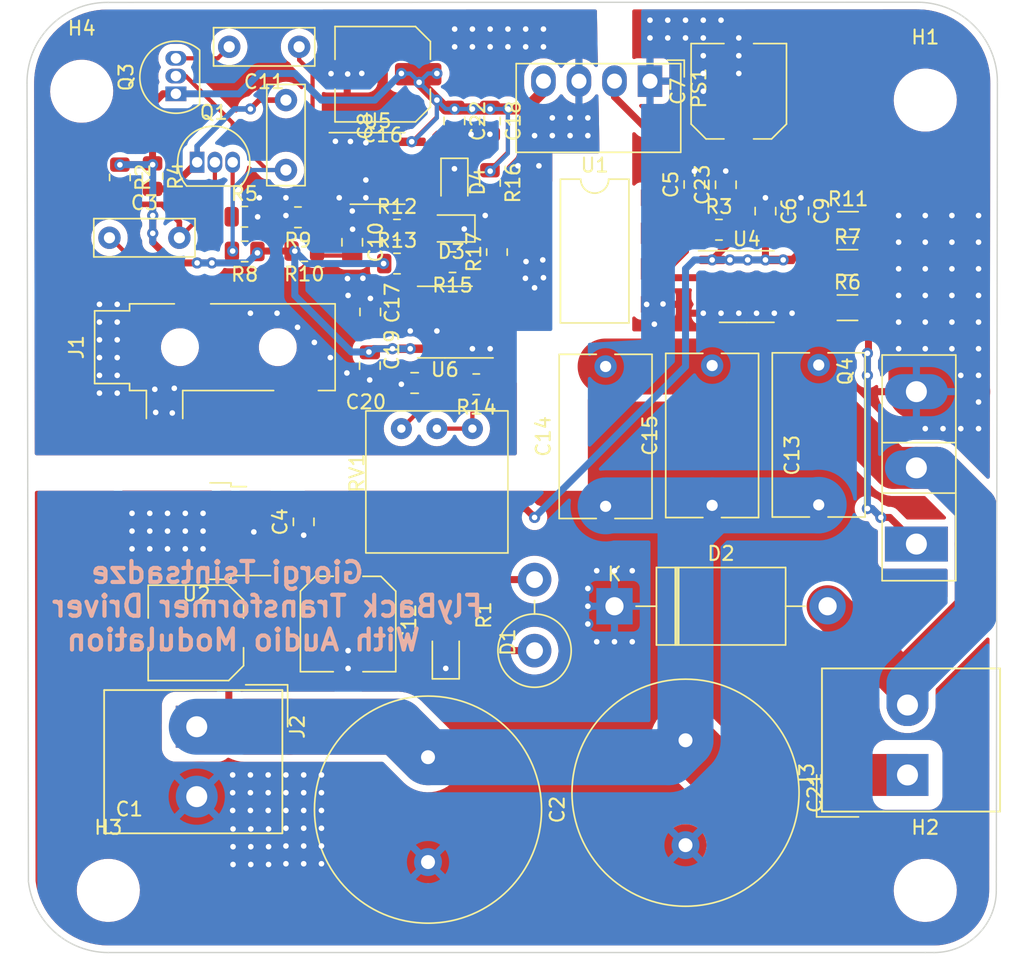
<source format=kicad_pcb>
(kicad_pcb (version 20211014) (generator pcbnew)
  (layers (0 "F.Cu" power) (31 "B.Cu" power) (34 "B.Paste" user) (35 "F.Paste" user) (36 "B.SilkS" user "B.Silkscreen") (37 "F.SilkS" user "F.Silkscreen") (38 "B.Mask" user) (39 "F.Mask" user) (44 "Edge.Cuts" user))
  (net 0 "")
  (net 1 "+24V")
  (net 2 "GND")
  (net 3 "Net-(C3-Pad1)")
  (net 4 "Net-(C3-Pad2)")
  (net 5 "+12C")
  (net 6 "Net-(C8-Pad1)")
  (net 7 "Net-(C8-Pad2)")
  (net 8 "GND2")
  (net 9 "Net-(C10-Pad2)")
  (net 10 "Net-(C11-Pad1)")
  (net 11 "Net-(C11-Pad2)")
  (net 12 "Net-(C13-Pad2)")
  (net 13 "+5V")
  (net 14 "Net-(C17-Pad2)")
  (net 15 "Net-(C20-Pad1)")
  (net 16 "Net-(D3-Pad2)")
  (net 17 "Net-(D4-Pad2)")
  (net 18 "Net-(Q1-Pad3)")
  (net 19 "Net-(Q4-Pad1)")
  (net 20 "Net-(R11-Pad1)")
  (net 21 "Net-(R12-Pad1)")
  (net 22 "Net-(R12-Pad2)")
  (net 23 "Modulated_Square")
  (net 24 "Net-(R14-Pad2)")
  (net 29 "Net-(U5-Pad5)")
  (net 30 "Net-(D1-Pad2)")
  (net 31 "Net-(R3-Pad1)")
  (net 32 "Net-(R14-Pad1)")
  (footprint "Capacitor_THT:C_Rect_L11.5mm_W6.4mm_P10.00mm_MKT" (layer "F.Cu") (at 106.68 103.98 90)
    (fp_text reference "C14")
    (fp_text value "C")
  )
  (footprint "Capacitor_SMD:C_0805_2012Metric" (layer "F.Cu") (at 85.09 105.09 90)
    (fp_text reference "C4")
    (fp_text value "100nF")
  )
  (footprint "Capacitor_SMD:C_0805_2012Metric" (layer "F.Cu") (at 89.821837 93.918162 -90)
    (fp_text reference "C19")
    (fp_text value "1uF")
  )
  (footprint "Resistor_SMD:R_0805_2012Metric" (layer "F.Cu") (at 91.7623 84.195785)
    (fp_text reference "R12")
    (fp_text value "0")
  )
  (footprint "Package_TO_SOT_THT:TO-92L_Inline" (layer "F.Cu") (at 75.951408 74.480961 90)
    (fp_text reference "Q3")
    (fp_text value "NPN")
  )
  (footprint "Connector_Audio:Jack_3.5mm_CUI_SJ-3523-SMT_Horizontal" (layer "F.Cu") (at 78.74 92.6 90)
    (fp_text reference "J1")
    (fp_text value "AudioJack3")
  )
  (footprint "TDKS-backups:LABIS_10K_TRIM" (layer "F.Cu") (at 92.075 95.885 180)
    (fp_text reference "RV1")
    (fp_text value "10K")
  )
  (footprint "Package_TO_SOT_THT:TO-92L_Inline" (layer "F.Cu") (at 77.47 79.375)
    (fp_text reference "Q1")
    (fp_text value "NPN")
  )
  (footprint "Capacitor_SMD:C_Elec_6.3x5.4" (layer "F.Cu") (at 90.739869 73.078939 180)
    (fp_text reference "C16")
    (fp_text value "10uF")
  )
  (footprint "Resistor_SMD:R_0805_2012Metric" (layer "F.Cu") (at 97.4325 95.25 180)
    (fp_text reference "R14")
    (fp_text value "4.7k")
  )
  (footprint "Capacitor_SMD:C_Elec_6.3x5.4" (layer "F.Cu") (at 116.205 74.2975 90)
    (fp_text reference "C7")
    (fp_text value "0.1uF")
  )
  (footprint "Diode_THT:D_DO-201AE_P15.24mm_Horizontal" (layer "F.Cu") (at 107.315 111.125)
    (fp_text reference "D2")
    (fp_text value "DIODE")
  )
  (footprint "Capacitor_THT:C_Radial_D16.0mm_H25.0mm_P7.50mm" (layer "F.Cu") (at 112.395 120.71 -90)
    (fp_text reference "C21")
    (fp_text value "470uF")
  )
  (footprint "Converter_DCDC:Converter_DCDC_Murata_MEE1SxxxxSC_THT" (layer "F.Cu") (at 109.855 73.5725 -90)
    (fp_text reference "PS1")
    (fp_text value "MEE1S1205SC")
  )
  (footprint "Package_SO:SOIC-8_3.9x4.9mm_P1.27mm" (layer "F.Cu") (at 116.775 88.265)
    (fp_text reference "U4")
    (fp_text value "MIC4421")
  )
  (footprint "TerminalBlock_Altech:Altech_AK300_1x02_P5.00mm_45-Degree" (layer "F.Cu") (at 77.442064 119.742321 -90)
    (fp_text reference "J2")
    (fp_text value "PWR")
  )
  (footprint "Resistor_SMD:R_1206_3216Metric" (layer "F.Cu") (at 123.978221 89.775254)
    (fp_text reference "R6")
    (fp_text value "10")
  )
  (footprint "Capacitor_SMD:C_0805_2012Metric" (layer "F.Cu") (at 115.277926 80.984181 90)
    (fp_text reference "C23")
    (fp_text value "100nF")
  )
  (footprint "Resistor_SMD:R_0805_2012Metric" (layer "F.Cu") (at 71.944823 80.457108 -90)
    (fp_text reference "R2")
    (fp_text value "330k")
  )
  (footprint "Capacitor_SMD:C_0805_2012Metric" (layer "F.Cu") (at 120.461565 82.860578 -90)
    (fp_text reference "C9")
    (fp_text value "100nF")
  )
  (footprint "Resistor_SMD:R_0805_2012Metric" (layer "F.Cu") (at 74.281833 80.3675 -90)
    (fp_text reference "R4")
    (fp_text value "4.7k")
  )
  (footprint "Resistor_SMD:R_0805_2012Metric" (layer "F.Cu") (at 95.733957 86.520703 180)
    (fp_text reference "R15")
    (fp_text value "1k")
  )
  (footprint "Capacitor_THT:C_Rect_L7.0mm_W2.5mm_P5.00mm" (layer "F.Cu") (at 71.2 84.77588)
    (fp_text reference "C3")
    (fp_text value "C")
  )
  (footprint "Package_SO:SOIC-8_3.9x4.9mm_P1.27mm" (layer "F.Cu") (at 90.369919 79.817278)
    (fp_text reference "U5")
    (fp_text value "LM311")
  )
  (footprint "MountingHole:MountingHole_3.5mm" (layer "F.Cu") (at 69.215 74.295)
    (fp_text reference "H4")
    (fp_text value "MH")
  )
  (footprint "TerminalBlock_Altech:Altech_AK300_1x02_P5.00mm_45-Degree" (layer "F.Cu") (at 128.27 123.19 90)
    (fp_text reference "J3")
    (fp_text value "TDKS Winding")
  )
  (footprint "MountingHole:MountingHole_3.5mm" (layer "F.Cu") (at 129.54 74.93)
    (fp_text reference "H1")
    (fp_text value "MH")
  )
  (footprint "Resistor_SMD:R_0805_2012Metric" (layer "F.Cu") (at 98.910463 85.796805 90)
    (fp_text reference "R17")
    (fp_text value "330")
  )
  (footprint "LED_SMD:LED_0805_2012Metric" (layer "F.Cu") (at 95.869548 80.77692 -90)
    (fp_text reference "D4")
    (fp_text value "LED")
  )
  (footprint "Capacitor_SMD:C_0805_2012Metric" (layer "F.Cu") (at 88.560323 85.098087 -90)
    (fp_text reference "C10")
    (fp_text value "100nF")
  )
  (footprint "Capacitor_THT:C_Rect_L11.5mm_W6.4mm_P10.00mm_MKT" (layer "F.Cu") (at 114.3 103.91254 90)
    (fp_text reference "C15")
    (fp_text value "C")
  )
  (footprint "Resistor_SMD:R_0805_2012Metric" (layer "F.Cu") (at 84.679714 83.309295 180)
    (fp_text reference "R9")
    (fp_text value "100")
  )
  (footprint "Capacitor_SMD:C_0805_2012Metric" (layer "F.Cu") (at 98.405756 76.422759 -90)
    (fp_text reference "C18")
    (fp_text value "100nF")
  )
  (footprint "Resistor_SMD:R_0805_2012Metric" (layer "F.Cu") (at 98.409548 80.8572 -90)
    (fp_text reference "R16")
    (fp_text value "1k")
  )
  (footprint "Capacitor_SMD:C_0805_2012Metric" (layer "F.Cu") (at 95.865756 76.417759 -90)
    (fp_text reference "C22")
    (fp_text value "100nF")
  )
  (footprint "MountingHole:MountingHole_3.5mm" (layer "F.Cu") (at 129.54 131.445)
    (fp_text reference "H2")
    (fp_text value "MH")
  )
  (footprint "Package_DIP:PowerIntegrations_SMD-8" (layer "F.Cu") (at 105.9 85.725)
    (fp_text reference "U1")
    (fp_text value "6N135")
  )
  (footprint "Resistor_SMD:R_1206_3216Metric" (layer "F.Cu") (at 124.0175 83.82)
    (fp_text reference "R11")
    (fp_text value "10")
  )
  (footprint "Capacitor_THT:C_Rect_L7.0mm_W2.5mm_P5.00mm" (layer "F.Cu") (at 84.763381 71.12 180)
    (fp_text reference "C11")
    (fp_text value "C")
  )
  (footprint "Resistor_SMD:R_0805_2012Metric" (layer "F.Cu") (at 114.786624 84.201579)
    (fp_text reference "R3")
    (fp_text value "4.7k")
  )
  (footprint "Package_SO:SOIC-8_3.9x4.9mm_P1.27mm" (layer "F.Cu") (at 95.185 90.805 180)
    (fp_text reference "U6")
    (fp_text value "NE555D")
  )
  (footprint "Capacitor_SMD:C_0805_2012Metric" (layer "F.Cu") (at 89.85 90.08 -90)
    (fp_text reference "C17")
    (fp_text value "100nF")
  )
  (footprint "Capacitor_SMD:C_0805_2012Metric" (layer "F.Cu") (at 113.03 80.965 90)
    (fp_text reference "C5")
    (fp_text value "100nF")
  )
  (footprint "Resistor_SMD:R_0805_2012Metric" (layer "F.Cu") (at 80.850245 83.271726)
    (fp_text reference "R5")
    (fp_text value "1k")
  )
  (footprint "Capacitor_SMD:C_0805_2012Metric" (layer "F.Cu") (at 93.025 95.16 180)
    (fp_text reference "C20")
    (fp_text value "4.7nF")
  )
  (footprint "Capacitor_SMD:C_0805_2012Metric" (layer "F.Cu") (at 118.11 82.87 -90)
    (fp_text reference "C6")
    (fp_text value "100nF")
  )
  (footprint "Resistor_SMD:R_0805_2012Metric" (layer "F.Cu") (at 91.7623 86.619152)
    (fp_text reference "R13")
    (fp_text value "0")
  )
  (footprint "Capacitor_THT:C_Rect_L7.0mm_W2.5mm_P5.00mm" (layer "F.Cu") (at 83.82 74.93 -90)
    (fp_text reference "C8")
    (fp_text value "C")
  )
  (footprint "Capacitor_THT:C_Radial_D16.0mm_H25.0mm_P7.50mm" (layer "F.Cu") (at 93.98 121.92 -90)
    (fp_text reference "C2")
    (fp_text value "470uF")
  )
  (footprint "Resistor_SMD:R_0805_2012Metric" (layer "F.Cu") (at 80.870139 85.750368 180)
    (fp_text reference "R8")
    (fp_text value "1M")
  )
  (footprint "LED_SMD:LED_0805_2012Metric" (layer "F.Cu") (at 95.25 114.6325 90)
    (fp_text reference "D1")
    (fp_text value "PWR12")
  )
  (footprint "Capacitor_SMD:C_Elec_6.3x5.4" (layer "F.Cu") (at 77.380375 113.03 180)
    (fp_text reference "C1")
    (fp_text value "0.22uF")
  )
  (footprint "Package_TO_SOT_THT:TO-247-3_Vertical" (layer "F.Cu") (at 128.905 106.68 90)
    (fp_text reference "Q4")
    (fp_text value "IRFP250")
  )
  (footprint "MountingHole:MountingHole_3.5mm" (layer "F.Cu") (at 71.12 131.445)
    (fp_text reference "H3")
    (fp_text value "MH")
  )
  (footprint "Capacitor_THT:C_Rect_L11.5mm_W6.4mm_P10.00mm_MKT" (layer "F.Cu") (at 121.92 103.874971 90)
    (fp_text reference "C13")
    (fp_text value "C")
  )
  (footprint "Resistor_SMD:R_0805_2012Metric" (layer "F.Cu") (at 85.134312 85.725 180)
    (fp_text reference "R10")
    (fp_text value "4700")
  )
  (footprint "Package_TO_SOT_SMD:TO-252-3_TabPin2" (layer "F.Cu") (at 77.421715 105.752313 180)
    (fp_text reference "U2")
    (fp_text value "L7812")
  )
  (footprint "Resistor_SMD:R_1206_3216Metric" (layer "F.Cu") (at 123.978221 86.535386)
    (fp_text reference "R7")
    (fp_text value "10")
  )
  (footprint "LED_SMD:LED_0805_2012Metric" (layer "F.Cu") (at 95.651822 84.110154 180)
    (fp_text reference "D3")
    (fp_text value "RED")
  )
  (footprint "Capacitor_SMD:C_Elec_6.3x5.4" (layer "F.Cu") (at 88.265 112.3975 -90)
    (fp_text reference "C12")
    (fp_text value "2.2uF")
  )
  (footprint "Resistor_THT:R_Axial_DIN0516_L15.5mm_D5.0mm_P5.08mm_Vertical" (layer "F.Cu") (at 101.6 114.3 90)
    (fp_text reference "R1")
    (fp_text value "3.3k")
  )
  (gr_line (start 134.619999 130.81) (end 134.619999 130.81) (layer "Edge.Cuts") (width 0.1))
  (gr_line (start 130.175 135.89) (end 71.12 135.89) (layer "Edge.Cuts") (width 0.1))
  (gr_line (start 134.698247 73.66) (end 134.619999 131.445) (layer "Edge.Cuts") (width 0.1))
  (gr_arc (start 134.619999 131.445) (mid 133.318089 134.58809) (end 130.175 135.89) (layer "Edge.Cuts") (width 0.1))
  (gr_arc (start 71.12 135.89) (mid 67.296794 134.43642) (end 65.405 130.81) (layer "Edge.Cuts") (width 0.1))
  (gr_line (start 65.405 130.81) (end 65.30513 73.710249) (layer "Edge.Cuts") (width 0.1))
  (gr_line (start 129.54 135.89) (end 129.54 135.89) (layer "Edge.Cuts") (width 0.1))
  (gr_line (start 71.12 67.945) (end 128.983247 67.931386) (layer "Edge.Cuts") (width 0.1))
  (gr_arc (start 128.983247 67.931386) (mid 133.029178 69.610086) (end 134.698247 73.66) (layer "Edge.Cuts") (width 0.1))
  (gr_arc (start 65.30513 73.710249) (mid 67.000419 69.605042) (end 71.12 67.945) (layer "Edge.Cuts") (width 0.1))
  (gr_text "    Giorgi Tsintsadze\nFlyBack Transformer Driver \n  With Audio Modulation" (at 81.915 111.125) (layer "B.SilkS") (effects (font (size 1.5 1.5) (thickness 0.3)) (justify mirror)))
  (segment (start 79.737321 113.210554) (end 79.917875 113.03) (width 0.5) (layer "F.Cu") (net 1))
  (segment (start 79.917875 113.03) (end 81.621715 111.32616) (width 0.5) (layer "F.Cu") (net 1))
  (segment (start 80.518639 119.742321) (end 80.718159 119.542801) (width 0.8) (layer "F.Cu") (net 1))
  (segment (start 91.802321 119.742321) (end 93.98 121.92) (width 4) (layer "F.Cu") (net 1))
  (segment (start 81.621715 111.32616) (end 81.621715 108.032313) (width 0.5) (layer "F.Cu") (net 1))
  (segment (start 80.645 120.015) (end 79.737321 119.107321) (width 0.5) (layer "F.Cu") (net 1))
  (segment (start 77.442064 119.742321) (end 84.092679 119.742321) (width 3) (layer "F.Cu") (net 1))
  (segment (start 79.737321 119.107321) (end 79.737321 113.210554) (width 0.5) (layer "F.Cu") (net 1))
  (segment (start 80.917679 119.742321) (end 84.092679 119.742321) (width 4) (layer "F.Cu") (net 1))
  (segment (start 112.395 120.71) (end 114.875 123.19) (width 4) (layer "F.Cu") (net 1))
  (segment (start 128.27 123.19) (end 114.875 123.19) (width 3) (layer "F.Cu") (net 1))
  (segment (start 84.092679 119.742321) (end 91.802321 119.742321) (width 4) (layer "F.Cu") (net 1))
  (segment (start 93.98 121.92) (end 111.185 121.92) (width 4) (layer "B.Cu") (net 1))
  (segment (start 112.395 105.81754) (end 114.3 103.91254) (width 4) (layer "B.Cu") (net 1))
  (segment (start 121.882431 103.91254) (end 121.92 103.874971) (width 4) (layer "B.Cu") (net 1))
  (segment (start 112.395 120.71) (end 112.395 105.81754) (width 4) (layer "B.Cu") (net 1))
  (segment (start 114.3 103.91254) (end 121.882431 103.91254) (width 4) (layer "B.Cu") (net 1))
  (segment (start 111.185 121.92) (end 112.395 120.71) (width 4) (layer "B.Cu") (net 1))
  (segment (start 106.74746 103.91254) (end 106.68 103.98) (width 4) (layer "B.Cu") (net 1))
  (segment (start 77.442064 119.742321) (end 91.802321 119.742321) (width 4) (layer "B.Cu") (net 1))
  (segment (start 91.802321 119.742321) (end 93.98 121.92) (width 4) (layer "B.Cu") (net 1))
  (segment (start 114.3 103.91254) (end 106.74746 103.91254) (width 4) (layer "B.Cu") (net 1))
  (segment (start 128.905 92.075) (end 129.54 91.44) (width 4) (layer "F.Cu") (net 2))
  (segment (start 96.52 129.42) (end 85.605 129.42) (width 3) (layer "F.Cu") (net 2))
  (segment (start 107.315 109.855) (end 107.315 113.03) (width 3) (layer "F.Cu") (net 2))
  (segment (start 106.045 111.125) (end 105.41 111.76) (width 3) (layer "F.Cu") (net 2))
  (segment (start 106.045 108.585) (end 107.315 109.855) (width 3) (layer "F.Cu") (net 2))
  (segment (start 108.585 111.76) (end 107.315 113.03) (width 3) (layer "F.Cu") (net 2))
  (segment (start 81.307575 128.322328) (end 85.672672 128.322328) (width 5) (layer "F.Cu") (net 2))
  (segment (start 128.905 95.78) (end 132.185 95.78) (width 4) (layer "F.Cu") (net 2))
  (segment (start 111.185 129.42) (end 112.395 128.21) (width 3) (layer "F.Cu") (net 2))
  (segment (start 105.41 111.76) (end 105.41 111.125) (width 3) (layer "F.Cu") (net 2))
  (segment (start 107.315 111.125) (end 106.045 111.125) (width 3) (layer "F.Cu") (net 2))
  (segment (start 77.727568 124.742321) (end 81.307575 128.322328) (width 5) (layer "F.Cu") (net 2))
  (segment (start 77.442064 124.742321) (end 77.727568 124.742321) (width 5) (layer "F.Cu") (net 2))
  (segment (start 128.905 95.78) (end 128.905 92.075) (width 4) (layer "F.Cu") (net 2))
  (segment (start 93.98 129.42) (end 111.185 129.42) (width 3) (layer "F.Cu") (net 2))
  (segment (start 108.585 108.585) (end 108.585 111.76) (width 3) (layer "F.Cu") (net 2))
  (via (at 116.205 70.485) (size 0.8) (drill 0.4) (layers "F.Cu" "B.Cu") (net 2))
  (via (at 108.585 113.665) (size 0.8) (drill 0.4) (layers "F.Cu" "B.Cu") (net 2))
  (via (at 105.41 109.855) (size 0.8) (drill 0.4) (layers "F.Cu" "B.Cu") (net 2))
  (via (at 82.55 125.73) (size 0.8) (drill 0.4) (layers "F.Cu" "B.Cu") (net 2))
  (via (at 116.205 73.025) (size 0.8) (drill 0.4) (layers "F.Cu" "B.Cu") (net 2))
  (via (at 82.55 123.19) (size 0.8) (drill 0.4) (layers "F.Cu" "B.Cu") (net 2))
  (via (at 117.475 90.17) (size 0.8) (drill 0.4) (layers "F.Cu" "B.Cu") (net 2))
  (via (at 110.166764 90.953602) (size 0.8) (drill 0.4) (layers "F.Cu" "B.Cu") (net 2))
  (via (at 133.35 83.185) (size 0.8) (drill 0.4) (layers "F.Cu" "B.Cu") (net 2))
  (via (at 83.82 125.73) (size 0.8) (drill 0.4) (layers "F.Cu" "B.Cu") (net 2))
  (via (at 131.445 88.9) (size 0.8) (drill 0.4) (layers "F.Cu" "B.Cu") (net 2))
  (via (at 133.35 96.52) (size 0.8) (drill 0.4) (layers "F.Cu" "B.Cu") (net 2))
  (via (at 127.635 92.71) (size 0.8) (drill 0.4) (layers "F.Cu" "B.Cu") (net 2))
  (via (at 129.54 92.71) (size 0.8) (drill 0.4) (layers "F.Cu" "B.Cu") (net 2))
  (via (at 72.813011 104.480147) (size 0.8) (drill 0.4) (layers "F.Cu" "B.Cu") (net 2))
  (via (at 133.35 98.425) (size 0.8) (drill 0.4) (layers "F.Cu" "B.Cu") (net 2))
  (via (at 83.82 124.46) (size 0.8) (drill 0.4) (layers "F.Cu" "B.Cu") (net 2))
  (via (at 106.045 113.665) (size 0.8) (drill 0.4) (layers "F.Cu" "B.Cu") (net 2))
  (via (at 81.28 124.46) (size 0.8) (drill 0.4) (layers "F.Cu" "B.Cu") (net 2))
  (via (at 108.585 108.585) (size 0.8) (drill 0.4) (layers "F.Cu" "B.Cu") (net 2))
  (via (at 133.35 88.9) (size 0.8) (drill 0.4) (layers "F.Cu" "B.Cu") (net 2))
  (via (at 113.665 69.215) (size 0.8) (drill 0.4) (layers "F.Cu" "B.Cu") (net 2))
  (via (at 74.083011 105.750147) (size 0.8) (drill 0.4) (layers "F.Cu" "B.Cu") (net 2))
  (via (at 132.08 94.615) (size 0.8) (drill 0.4) (layers "F.Cu" "B.Cu") (net 2))
  (via (at 131.445 86.995) (size 0.8) (drill 0.4) (layers "F.Cu" "B.Cu") (net 2))
  (via (at 113.665 71.755) (size 0.8) (drill 0.4) (layers "F.Cu" "B.Cu") (net 2))
  (via (at 82.577575 129.592328) (size 0.8) (drill 0.4) (layers "F.Cu" "B.Cu") (net 2))
  (via (at 72.813011 107.020147) (size 0.8) (drill 0.4) (layers "F.Cu" "B.Cu") (net 2))
  (via (at 81.307575 127.052328) (size 0.8) (drill 0.4) (layers "F.Cu" "B.Cu") (net 2))
  (via (at 109.855 70.485) (size 0.8) (drill 0.4) (layers "F.Cu" "B.Cu") (net 2))
  (via (at 133.35 85.09) (size 0.8) (drill 0.4) (layers "F.Cu" "B.Cu") (net 2))
  (via (at 118.745 90.17) (size 0.8) (drill 0.4) (layers "F.Cu" "B.Cu") (net 2))
  (via (at 86.36 129.54) (size 0.8) (drill 0.4) (layers "F.Cu" "B.Cu") (net 2))
  (via (at 80.037575 128.322328) (size 0.8) (drill 0.4) (layers "F.Cu" "B.Cu") (net 2))
  (via (at 113.665 70.485) (size 0.8) (drill 0.4) (layers "F.Cu" "B.Cu") (net 2))
  (via (at 77.893011 105.750147) (size 0.8) (drill 0.4) (layers "F.Cu" "B.Cu") (net 2))
  (via (at 131.445 83.185) (size 0.8) (drill 0.4) (layers "F.Cu" "B.Cu") (net 2))
  (via (at 76.623011 107.020147) (size 0.8) (drill 0.4) (layers "F.Cu" "B.Cu") (net 2))
  (via (at 113.665 90.17) (size 0.8) (drill 0.4) (layers "F.Cu" "B.Cu") (net 2))
  (via (at 77.893011 107.020147) (size 0.8) (drill 0.4) (layers "F.Cu" "B.Cu") (net 2))
  (via (at 127.635 88.9) (size 0.8) (drill 0.4) (layers "F.Cu" "B.Cu") (net 2))
  (via (at 109.615565 89.539353) (size 0.8) (drill 0.4) (layers "F.Cu" "B.Cu") (net 2))
  (via (at 129.54 83.185) (size 0.8) (drill 0.4) (layers "F.Cu" "B.Cu") (net 2))
  (via (at 111.125 70.485) (size 0.8) (drill 0.4) (layers "F.Cu" "B.Cu") (net 2))
  (via (at 105.41 112.395) (size 0.8) (drill 0.4) (layers "F.Cu" "B.Cu") (net 2))
  (via (at 77.893011 104.480147) (size 0.8) (drill 0.4) (layers "F.Cu" "B.Cu") (net 2))
  (via (at 85.09 125.73) (size 0.8) (drill 0.4) (layers "F.Cu" "B.Cu") (net 2))
  (via (at 133.35 90.805) (size 0.8) (drill 0.4) (layers "F.Cu" "B.Cu") (net 2))
  (via (at 83.82 129.54) (size 0.8) (drill 0.4) (layers "F.Cu" "B.Cu") (net 2))
  (via (at 80.01 123.19) (size 0.8) (drill 0.4) (layers "F.Cu" "B.Cu") (net 2))
  (via (at 85.09 128.27) (size 0.8) (drill 0.4) (layers "F.Cu" "B.Cu") (net 2))
  (via (at 86.36 123.19) (size 0.8) (drill 0.4) (layers "F.Cu" "B.Cu") (net 2))
  (via (at 75.353011 104.480147) (size 0.8) (drill 0.4) (layers "F.Cu" "B.Cu") (net 2))
  (via (at 114.935 69.215) (size 0.8) (drill 0.4) (layers "F.Cu" "B.Cu") (net 2))
  (via (at 75.353011 105.750147) (size 0.8) (drill 0.4) (layers "F.Cu" "B.Cu") (net 2))
  (via (at 83.82 127) (size 0.8) (drill 0.4) (layers "F.Cu" "B.Cu") (net 2))
  (via (at 116.205 90.17) (size 0.8) (drill 0.4) (layers "F.Cu" "B.Cu") (net 2))
  (via (at 127.635 85.09) (size 0.8) (drill 0.4) (layers "F.Cu" "B.Cu") (net 2))
  (via (at 115.271118 80.003159) (size 0.8) (drill 0.4) (layers "F.Cu" "B.Cu") (net 2))
  (via (at 114.935 90.17) (size 0.8) (drill 0.4) (layers "F.Cu" "B.Cu") (net 2))
  (via (at 81.28 125.73) (size 0.8) (drill 0.4) (layers "F.Cu" "B.Cu") (net 2))
  (via (at 86.36 127) (size 0.8) (drill 0.4) (layers "F.Cu" "B.Cu") (net 2))
  (via (at 80.037575 129.592328) (size 0.8) (drill 0.4) (layers "F.Cu" "B.Cu") (net 2))
  (via (at 80.037575 127.052328) (size 0.8) (drill 0.4) (layers "F.Cu" "B.Cu") (net 2))
  (via (at 86.36 128.27) (size 0.8) (drill 0.4) (layers "F.Cu" "B.Cu") (net 2))
  (via (at 109.855 69.215) (size 0.8) (drill 0.4) (layers "F.Cu" "B.Cu") (net 2))
  (via (at 129.54 88.9) (size 0.8) (drill 0.4) (layers "F.Cu" "B.Cu") (net 2))
  (via (at 116.205 71.755) (size 0.8) (drill 0.4) (layers "F.Cu" "B.Cu") (net 2))
  (via (at 81.307575 129.592328) (size 0.8) (drill 0.4) (layers "F.Cu" "B.Cu") (net 2))
  (via (at 120.015 90.17) (size 0.8) (drill 0.4) (layers "F.Cu" "B.Cu") (net 2))
  (via (at 129.54 90.805) (size 0.8) (drill 0.4) (layers "F.Cu" "B.Cu") (net 2))
  (via (at 131.445 85.09) (size 0.8) (drill 0.4) (layers "F.Cu" "B.Cu") (net 2))
  (via (at 129.54 86.995) (size 0.8) (drill 0.4) (layers "F.Cu" "B.Cu") (net 2))
  (via (at 106.045 108.585) (size 0.8) (drill 0.4) (layers "F.Cu" "B.Cu") (net 2))
  (via (at 127.635 90.805) (size 0.8) (drill 0.4) (layers "F.Cu" "B.Cu") (net 2))
  (via (at 76.623011 105.750147) (size 0.8) (drill 0.4) (layers "F.Cu" "B.Cu") (net 2))
  (via (at 112.395 70.485) (size 0.8) (drill 0.4) (layers "F.Cu" "B.Cu") (net 2))
  (via (at 81.28 123.19) (size 0.8) (drill 0.4) (layers "F.Cu" "B.Cu") (net 2))
  (via (at 85.09 129.54) (size 0.8) (drill 0.4) (layers "F.Cu" "B.Cu") (net 2))
  (via (at 85.09 106.045) (size 0.8) (drill 0.4) (layers "F.Cu" "B.Cu") (net 2))
  (via (at 130.81 98.425) (size 0.8) (drill 0.4) (layers "F.Cu" "B.Cu") (net 2))
  (via (at 76.623011 104.480147) (size 0.8) (drill 0.4) (layers "F.Cu" "B.Cu") (net 2))
  (via (at 85.09 124.46) (size 0.8) (drill 0.4) (layers "F.Cu" "B.Cu") (net 2))
  (via (at 85.09 123.19) (size 0.8) (drill 0.4) (layers "F.Cu" "B.Cu") (net 2))
  (via (at 72.813011 105.750147) (size 0.8) (drill 0.4) (layers "F.Cu" "B.Cu") (net 2))
  (via (at 88.265 115.57) (size 0.8) (drill 0.4) (layers "F.Cu" "B.Cu") (net 2))
  (via (at 118.11 81.915) (size 0.8) (drill 0.4) (layers "F.Cu" "B.Cu") (net 2))
  (via (at 81.307575 128.322328) (size 0.8) (drill 0.4) (layers "F.Cu" "B.Cu") (net 2))
  (via (at 83.82 123.19) (size 0.8) (drill 0.4) (layers "F.Cu" "B.Cu") (net 2))
  (via (at 129.54 98.425) (size 0.8) (drill 0.4) (layers "F.Cu" "B.Cu") (net 2))
  (via (at 132.08 98.425) (size 0.8) (drill 0.4) (layers "F.Cu" "B.Cu") (net 2))
  (via (at 107.315 113.665) (size 0.8) (drill 0.4) (layers "F.Cu" "B.Cu") (net 2))
  (via (at 133.35 86.995) (size 0.8) (drill 0.4) (layers "F.Cu" "B.Cu") (net 2))
  (via (at 107.315 108.585) (size 0.8) (drill 0.4) (layers "F.Cu" "B.Cu") (net 2))
  (via (at 111.125 69.215) (size 0.8) (drill 0.4) (layers "F.Cu" "B.Cu") (net 2))
  (via (at 88.265 114.3) (size 0.8) (drill 0.4) (layers "F.Cu" "B.Cu") (net 2))
  (via (at 80.01 124.46) (size 0.8) (drill 0.4) (layers "F.Cu" "B.Cu") (net 2))
  (via (at 80.01 125.73) (size 0.8) (drill 0.4) (layers "F.Cu" "B.Cu") (net 2))
  (via (at 113.665 73.025) (size 0.8) (drill 0.4) (layers "F.Cu" "B.Cu") (net 2))
  (via (at 82.577575 128.322328) (size 0.8) (drill 0.4) (layers "F.Cu" "B.Cu") (net 2))
  (via (at 133.35 92.71) (size 0.8) (drill 0.4) (layers "F.Cu" "B.Cu") (net 2))
  (via (at 112.395 69.215) (size 0.8) (drill 0.4) (layers "F.Cu" "B.Cu") (net 2))
  (via (at 105.41 111.125) (size 0.8) (drill 0.4) (layers "F.Cu" "B.Cu") (net 2))
  (via (at 120.65 81.915) (size 0.8) (drill 0.4) (layers "F.Cu" "B.Cu") (net 2))
  (via (at 131.445 92.71) (size 0.8) (drill 0.4) (layers "F.Cu" "B.Cu") (net 2))
  (via (at 86.36 125.73) (size 0.8) (drill 0.4) (layers "F.Cu" "B.Cu") (net 2))
  (via (at 127.635 83.185) (size 0.8) (drill 0.4) (layers "F.Cu" "B.Cu") (net 2))
  (via (at 74.083011 104.480147) (size 0.8) (drill 0.4) (layers "F.Cu" "B.Cu") (net 2))
  (via (at 110.786616 89.508879) (size 0.8) (drill 0.4) (layers "F.Cu" "B.Cu") (net 2))
  (via (at 85.09 127) (size 0.8) (drill 0.4) (layers "F.Cu" "B.Cu") (net 2))
  (via (at 127.635 86.995) (size 0.8) (drill 0.4) (layers "F.Cu" "B.Cu") (net 2))
  (via (at 82.55 124.46) (size 0.8) (drill 0.4) (layers "F.Cu" "B.Cu") (net 2))
  (via (at 131.445 90.805) (size 0.8) (drill 0.4) (layers "F.Cu" "B.Cu") (net 2))
  (via (at 95.25 115.57) (size 0.8) (drill 0.4) (layers "F.Cu" "B.Cu") (net 2))
  (via (at 129.54 85.09) (size 0.8) (drill 0.4) (layers "F.Cu" "B.Cu") (net 2))
  (via (at 113.03 80.01) (size 0.8) (drill 0.4) (layers "F.Cu" "B.Cu") (net 2))
  (via (at 133.35 94.615) (size 0.8) (drill 0.4) (layers "F.Cu" "B.Cu") (net 2))
  (via (at 74.083011 107.020147) (size 0.8) (drill 0.4) (layers "F.Cu" "B.Cu") (net 2))
  (via (at 113.665 74.295) (size 0.8) (drill 0.4) (layers "F.Cu" "B.Cu") (net 2))
  (via (at 81.523837 105.810824) (size 0.8) (drill 0.4) (layers "F.Cu" "B.Cu") (net 2))
  (via (at 86.36 124.46) (size 0.8) (drill 0.4) (layers "F.Cu" "B.Cu") (net 2))
  (via (at 83.82 128.27) (size 0.8) (drill 0.4) (layers "F.Cu" "B.Cu") (net 2))
  (via (at 75.353011 107.020147) (size 0.8) (drill 0.4) (layers "F.Cu" "B.Cu") (net 2))
  (via (at 82.577575 127.052328) (size 0.8) (drill 0.4) (layers "F.Cu" "B.Cu") (net 2))
  (segment (start 71.2 84.77588) (end 71.27588 84.77588) (width 0.3) (layer "F.Cu") (net 3))
  (segment (start 77.14 91.11) (end 77.14 88.9) (width 0.3) (layer "F.Cu") (net 3))
  (segment (start 82.33 96.3) (end 77.14 91.11) (width 0.3) (layer "F.Cu") (net 3))
  (segment (start 71.27588 84.77588) (end 75.4 88.9) (width 0.3) (layer "F.Cu") (net 3))
  (segment (start 75.4 88.9) (end 77.14 88.9) (width 0.3) (layer "F.Cu") (net 3))
  (segment (start 84.54 96.3) (end 82.33 96.3) (width 0.3) (layer "F.Cu") (net 3))
  (segment (start 76.2 83.64451) (end 76.2 84.77588) (width 0.4) (layer "F.Cu") (net 4))
  (segment (start 78.74 82.23588) (end 78.74 79.375) (width 0.3) (layer "F.Cu") (net 4))
  (segment (start 74.940979 82.385489) (end 76.2 83.64451) (width 0.4) (layer "F.Cu") (net 4))
  (segment (start 76.2 84.77588) (end 78.74 82.23588) (width 0.3) (layer "F.Cu") (net 4))
  (segment (start 72.960704 82.385489) (end 74.940979 82.385489) (width 0.4) (layer "F.Cu") (net 4))
  (segment (start 71.944823 81.369608) (end 72.960704 82.385489) (width 0.4) (layer "F.Cu") (net 4))
  (segment (start 115.932107 81.28) (end 116.205 81.28) (width 0.5) (layer "F.Cu") (net 5))
  (segment (start 118.11 86.36) (end 119.25 86.36) (width 0.5) (layer "F.Cu") (net 5))
  (segment (start 88.905 109.22) (end 88.265 109.86) (width 0.5) (layer "F.Cu") (net 5))
  (segment (start 88.265 107.315) (end 88.265 109.86) (width 0.5) (layer "F.Cu") (net 5))
  (segment (start 113.03 81.915) (end 115.258745 81.915) (width 0.5) (layer "F.Cu") (net 5))
  (segment (start 119.38 86.36) (end 120.015 86.36) (width 0.5) (layer "F.Cu") (net 5))
  (segment (start 119.25 86.36) (end 115.57 86.36) (width 0.5) (layer "F.Cu") (net 5))
  (segment (start 84.422313 103.472313) (end 85.09 104.14) (width 0.5) (layer "F.Cu") (net 5))
  (segment (start 118.11 83.82) (end 118.11 86.36) (width 0.5) (layer "F.Cu") (net 5))
  (segment (start 120.015 86.36) (end 120.65 85.725) (width 0.5) (layer "F.Cu") (net 5))
  (segment (start 109.4525 76.835) (end 107.315 74.6975) (width 0.5) (layer "F.Cu") (net 5))
  (segment (start 107.315 74.6975) (end 107.315 73.5725) (width 0.5) (layer "F.Cu") (net 5))
  (segment (start 81.621715 103.472313) (end 84.422313 103.472313) (width 0.5) (layer "F.Cu") (net 5))
  (segment (start 116.84 80.645) (end 116.84 77.47) (width 0.5) (layer "F.Cu") (net 5))
  (segment (start 116.84 77.47) (end 116.205 76.835) (width 0.5) (layer "F.Cu") (net 5))
  (segment (start 120.65 85.725) (end 120.65 83.999013) (width 0.5) (layer "F.Cu") (net 5))
  (segment (start 115.277926 83.780381) (end 115.699124 84.201579) (width 0.5) (layer "F.Cu") (net 5))
  (segment (start 115.699124 84.201579) (end 115.699124 84.960876) (width 0.5) (layer "F.Cu") (net 5))
  (segment (start 110.2 81.915) (end 115.258745 81.915) (width 0.5) (layer "F.Cu") (net 5))
  (segment (start 117.728421 84.201579) (end 118.11 83.82) (width 0.5) (layer "F.Cu") (net 5))
  (segment (start 115.699124 84.960876) (end 114.3 86.36) (width 0.5) (layer "F.Cu") (net 5))
  (segment (start 115.699124 84.201579) (end 117.728421 84.201579) (width 0.5) (layer "F.Cu") (net 5))
  (segment (start 100.965 104.14) (end 101.6 104.775) (width 0.5) (layer "F.Cu") (net 5))
  (segment (start 85.09 104.14) (end 100.965 104.14) (width 0.5) (layer "F.Cu") (net 5))
  (segment (start 120.65 83.999013) (end 120.461565 83.810578) (width 0.5) (layer "F.Cu") (net 5))
  (segment (start 115.258745 81.915) (end 115.277926 81.934181) (width 0.5) (layer "F.Cu") (net 5))
  (segment (start 85.09 104.14) (end 88.265 107.315) (width 0.5) (layer "F.Cu") (net 5))
  (segment (start 101.6 109.22) (end 88.905 109.22) (width 0.5) (layer "F.Cu") (net 5))
  (segment (start 115.57 86.36) (end 114.3 86.36) (width 0.5) (layer "F.Cu") (net 5))
  (segment (start 116.205 76.835) (end 109.4525 76.835) (width 0.5) (layer "F.Cu") (net 5))
  (segment (start 119.25 86.36) (end 119.38 86.36) (width 0.5) (layer "F.Cu") (net 5))
  (segment (start 115.277926 81.934181) (end 115.932107 81.28) (width 0.5) (layer "F.Cu") (net 5))
  (segment (start 115.277926 81.934181) (end 115.277926 83.780381) (width 0.5) (layer "F.Cu") (net 5))
  (segment (start 116.205 81.28) (end 116.84 80.645) (width 0.5) (layer "F.Cu") (net 5))
  (via (at 115.57 86.36) (size 0.8) (drill 0.4) (layers "F.Cu" "B.Cu") (net 5))
  (via (at 114.3 86.36) (size 0.8) (drill 0.4) (layers "F.Cu" "B.Cu") (net 5))
  (via (at 101.6 104.775) (size 0.8) (drill 0.4) (layers "F.Cu" "B.Cu") (net 5))
  (via (at 116.84 86.36) (size 0.8) (drill 0.4) (layers "F.Cu" "B.Cu") (net 5))
  (via (at 119.38 86.36) (size 0.8) (drill 0.4) (layers "F.Cu" "B.Cu") (net 5))
  (via (at 118.11 86.36) (size 0.8) (drill 0.4) (layers "F.Cu" "B.Cu") (net 5))
  (segment (start 112.395 86.995) (end 113.03 86.36) (width 0.5) (layer "B.Cu") (net 5))
  (segment (start 113.03 86.36) (end 119.38 86.36) (width 0.5) (layer "B.Cu") (net 5))
  (segment (start 112.395 87.63) (end 112.395 86.995) (width 0.5) (layer "B.Cu") (net 5))
  (segment (start 101.6 104.775) (end 112.395 93.98) (width 0.5) (layer "B.Cu") (net 5))
  (segment (start 112.395 93.98) (end 112.395 87.63) (width 0.5) (layer "B.Cu") (net 5))
  (segment (start 75.565 81.28) (end 77.47 79.375) (width 0.5) (layer "F.Cu") (net 6))
  (segment (start 83.185 74.93) (end 81.915 74.93) (width 0.4) (layer "F.Cu") (net 6))
  (segment (start 74.281833 81.28) (end 75.565 81.28) (width 0.5) (layer "F.Cu") (net 6))
  (segment (start 81.915 74.93) (end 81.28 75.565) (width 0.4) (layer "F.Cu") (net 6))
  (via (at 81.28 75.565) (size 0.8) (drill 0.4) (layers "F.Cu" "B.Cu") (net 6))
  (segment (start 80.13 75.565) (end 77.47 78.225) (width 0.4) (layer "B.Cu") (net 6))
  (segment (start 77.47 78.225) (end 77.47 79.375) (width 0.4) (layer "B.Cu") (net 6))
  (segment (start 81.28 75.565) (end 80.13 75.565) (width 0.4) (layer "B.Cu") (net 6))
  (segment (start 76.65543 73.210961) (end 80.01 76.565531) (width 0.3) (layer "F.Cu") (net 7))
  (segment (start 75.951408 73.210961) (end 76.65543 73.210961) (width 0.3) (layer "F.Cu") (net 7))
  (segment (start 80.01 77.47) (end 82.47 79.93) (width 0.3) (layer "F.Cu") (net 7))
  (segment (start 82.47 79.93) (end 83.82 79.93) (width 0.3) (layer "F.Cu") (net 7))
  (segment (start 80.01 76.565531) (end 80.01 77.47) (width 0.3) (layer "F.Cu") (net 7))
  (via (at 80.01 85.725) (size 0.8) (drill 0.4) (layers "F.Cu" "B.Cu") (net 7))
  (segment (start 80.01 81.28) (end 81.36 79.93) (width 0.3) (layer "B.Cu") (net 7))
  (segment (start 80.01 85.725) (end 80.01 81.28) (width 0.3) (layer "B.Cu") (net 7))
  (segment (start 81.36 79.93) (end 83.82 79.93) (width 0.3) (layer "B.Cu") (net 7))
  (segment (start 81.915 83.161084) (end 81.796867 83.279217) (width 0.3) (layer "F.Cu") (net 8))
  (segment (start 97.142727 84.110154) (end 98.071235 83.181646) (width 0.25) (layer "F.Cu") (net 8))
  (segment (start 81.915 81.915) (end 81.915 83.161084) (width 0.3) (layer "F.Cu") (net 8))
  (segment (start 88.180204 94.445409) (end 89.31081 94.445409) (width 0.3) (layer "F.Cu") (net 8))
  (segment (start 100.946156 87.673363) (end 100.946156 87.696654) (width 0.8) (layer "F.Cu") (net 8))
  (segment (start 100.875 87.085) (end 100.965 86.995) (width 0.4) (layer "F.Cu") (net 8))
  (segment (start 100.946156 87.673363) (end 100.946156 87.601311) (width 0.8) (layer "F.Cu") (net 8))
  (segment (start 88.265 87.73678) (end 88.221031 87.692811) (width 0.3) (layer "F.Cu") (net 8))
  (segment (start 102.187467 86.36) (end 102.187467 87.582467) (width 0.3) (layer "F.Cu") (net 8))
  (segment (start 97.057759 77.372759) (end 95.870756 77.372759) (width 0.8) (layer "F.Cu") (net 8))
  (segment (start 89.323011 88.603011) (end 89.85 89.13) (width 0.3) (layer "F.Cu") (net 8))
  (segment (start 87.63 81.926235) (end 88.563715 82.85995) (width 0.3) (layer "F.Cu") (net 8))
  (segment (start 98.405756 77.372759) (end 97.057759 77.372759) (width 0.8) (layer "F.Cu") (net 8))
  (segment (start 89.323011 87.671431) (end 89.323011 88.603011) (width 0.3) (layer "F.Cu") (net 8))
  (segment (start 88.563715 84.141304) (end 88.587269 84.164858) (width 0.3) (layer "F.Cu") (net 8))
  (segment (start 95.865756 79.835628) (end 95.869548 79.83942) (width 0.8) (layer "F.Cu") (net 8))
  (segment (start 92.71 91.44) (end 94.615 91.44) (width 0.3) (layer "F.Cu") (net 8))
  (segment (start 101.6 87.019519) (end 100.946156 87.673363) (width 0.3) (layer "F.Cu") (net 8))
  (segment (start 100.990124 86.477248) (end 101.082248 86.477248) (width 0.8) (layer "F.Cu") (net 8))
  (segment (start 91.783162 94.868162) (end 92.075 95.16) (width 0.3) (layer "F.Cu") (net 8))
  (segment (start 88.265 88.9) (end 88.265 88.729442) (width 0.3) (layer "F.Cu") (net 8))
  (segment (start 101.6 88.265) (end 102.235 87.63) (width 0.8) (layer "F.Cu") (net 8))
  (segment (start 100.990124 86.477248) (end 102.070219 86.477248) (width 0.3) (layer "F.Cu") (net 8))
  (segment (start 88.221031 87.692811) (end 89.301631 87.692811) (width 0.3) (layer "F.Cu") (net 8))
  (segment (start 100.946156 87.601311) (end 102.187467 86.36) (width 0.8) (layer "F.Cu") (net 8))
  (segment (start 101.6 88.350498) (end 101.6 88.265) (width 0.8) (layer "F.Cu") (net 8))
  (segment (start 88.563715 82.85995) (end 88.563715 84.141304) (width 0.3) (layer "F.Cu") (net 8))
  (segment (start 89.31081 94.445409) (end 89.810161 94.94476) (width 0.3) (layer "F.Cu") (net 8))
  (segment (start 87.63 81.915) (end 87.63 81.926235) (width 0.3) (layer "F.Cu") (net 8))
  (segment (start 89.301631 87.692811) (end 89.323011 87.671431) (width 0.3) (layer "F.Cu") (net 8))
  (segment (start 102.187467 87.582467) (end 102.235 87.63) (width 0.3) (layer "F.Cu") (net 8))
  (segment (start 101.6 86.995) (end 101.6 87.019519) (width 0.3) (layer "F.Cu") (net 8))
  (segment (start 87.63 81.915) (end 89.535 81.915) (width 0.3) (layer "F.Cu") (net 8))
  (segment (start 89.535 77.980586) (end 89.430395 77.875981) (width 0.3) (layer "F.Cu") (net 8))
  (segment (start 89.430395 77.875981) (end 87.358583 77.875981) (width 0.3) (layer "F.Cu") (net 8))
  (segment (start 96.589322 84.110154) (end 97.142727 84.110154) (width 0.25) (layer "F.Cu") (net 8))
  (segment (start 88.265 88.9) (end 88.265 87.73678) (width 0.3) (layer "F.Cu") (net 8))
  (segment (start 83.82 81.915) (end 83.82 83.185) (width 0.3) (layer "F.Cu") (net 8))
  (segment (start 95.870756 77.372759) (end 95.865756 77.367759) (width 0.8) (layer "F.Cu") (net 8))
  (segment (start 97.57 92.62) (end 97.66 92.71) (width 0.4) (layer "F.Cu") (net 8))
  (segment (start 89.821837 94.868162) (end 91.783162 94.868162) (width 0.3) (layer "F.Cu") (net 8))
  (segment (start 100.990124 87.629395) (end 100.946156 87.673363) (width 0.3) (layer "F.Cu") (net 8))
  (segment (start 100.990124 86.477248) (end 100.990124 87.020124) (width 0.25) (layer "F.Cu") (net 8))
  (segment (start 89.535 80.645) (end 89.535 81.915) (width 0.3) (layer "F.Cu") (net 8))
  (segment (start 95.865756 77.367759) (end 95.865756 79.835628) (width 0.8) (layer "F.Cu") (net 8))
  (segment (start 102.070219 86.477248) (end 102.187467 86.36) (width 0.3) (layer "F.Cu") (net 8))
  (segment (start 101.082248 86.477248) (end 102.235 87.63) (width 0.8) (layer "F.Cu") (net 8))
  (segment (start 100.990124 86.477248) (end 100.990124 87.629395) (width 0.3) (layer "F.Cu") (net 8))
  (segment (start 100.946156 87.696654) (end 101.6 88.350498) (width 0.8) (layer "F.Cu") (net 8))
  (segment (start 88.265 88.729442) (end 89.323011 87.671431) (width 0.3) (layer "F.Cu") (net 8))
  (via (at 100.990124 86.477248) (size 0.8) (drill 0.4) (layers "F.Cu" "B.Cu") (net 8))
  (via (at 87.63 81.915) (size 0.8) (drill 0.4) (layers "F.Cu" "B.Cu") (net 8))
  (via (at 92.075 95.25) (size 0.8) (drill 0.4) (layers "F.Cu" "B.Cu") (net 8))
  (via (at 75.693158 97.306289) (size 0.8) (drill 0.4) (layers "F.Cu" "B.Cu") (net 8))
  (via (at 98.425 92.71) (size 0.8) (drill 0.4) (layers "F.Cu" "B.Cu") (net 8))
  (via (at 84.650319 91.175587) (size 0.8) (drill 0.4) (layers "F.Cu" "B.Cu") (net 8))
  (via (at 98.071235 83.181646) (size 0.8) (drill 0.4) (layers "F.Cu" "B.Cu") (net 8))
  (via (at 70.485 90.805) (size 0.8) (drill 0.4) (layers "F.Cu" "B.Cu") (net 8))
  (via (at 104.14 77.47) (size 0.8) (drill 0.4) (layers "F.Cu" "B.Cu") (net 8))
  (via (at 97.155 92.71) (size 0.8) (drill 0.4) (layers "F.Cu" "B.Cu") (net 8))
  (via (at 88.235594 73.064082) (size 0.8) (drill 0.4) (layers "F.Cu" "B.Cu") (net 8))
  (via (at 74.442426 95.61038) (size 0.8) (drill 0.4) (layers "F.Cu" "B.Cu") (net 8))
  (via (at 97.057759 77.372759) (size 0.8) (drill 0.4) (layers "F.Cu" "B.Cu") (net 8))
  (via (at 96.571338 84.145865) (size 0.8) (drill 0.4) (layers "F.Cu" "B.Cu") (net 8))
  (via (at 102.187467 86.36) (size 0.8) (drill 0.4) (layers "F.Cu" "B.Cu") (net 8))
  (via (at 94.615 91.44) (size 0.8) (drill 0.4) (layers "F.Cu" "B.Cu") (net 8))
  (via (at 101.6 77.47) (size 0.8) (drill 0.4) (layers "F.Cu" "B.Cu") (net 8))
  (via (at 98.425 69.85) (size 0.8) (drill 0.4) (layers "F.Cu" "B.Cu") (net 8))
  (via (at 71.755 90.805) (size 0.8) (drill 0.4) (layers "F.Cu" "B.Cu") (net 8))
  (via (at 99.695 71.12) (size 0.8) (drill 0.4) (layers "F.Cu" "B.Cu") (net 8))
  (via (at 101.6 88.350498) (size 0.8) (drill 0.4) (layers "F.Cu" "B.Cu") (net 8))
  (via (at 100.412863 79.630352) (size 0.8) (drill 0.4) (layers "F.Cu" "B.Cu") (net 8))
  (via (at 75.835693 95.538932) (size 0.8) (drill 0.4) (layers "F.Cu" "B.Cu") (net 8))
  (via (at 71.755 89.535) (size 0.8) (drill 0.4) (layers "F.Cu" "B.Cu") (net 8))
  (via (at 86.995 93.345) (size 0.8) (drill 0.4) (layers "F.Cu" "B.Cu") (net 8))
  (via (at 83.82 81.915) (size 0.8) (drill 0.4) (layers "F.Cu" "B.Cu") (net 8))
  (via (at 97.155 69.85) (size 0.8) (drill 0.4) (layers "F.Cu" "B.Cu") (net 8))
  (via (at 88.180204 94.445409) (size 0.8) (drill 0.4) (layers "F.Cu" "B.Cu") (net 8))
  (via (at 88.432659 77.890114) (size 0.8) (drill 0.4) (layers "F.Cu" "B.Cu") (net 8))
  (via (at 70.485 93.345) (size 0.8) (drill 0.4) (layers "F.Cu" "B.Cu") (net 8))
  (via (at 104.14 76.2) (size 0.8) (drill 0.4) (layers "F.Cu" "B.Cu") (net 8))
  (via (at 89.323011 87.671431) (size 0.8) (drill 0.4) (layers "F.Cu" "B.Cu") (net 8))
  (via (at 87.358583 77.875981) (size 0.8) (drill 0.4) (layers "F.Cu" "B.Cu") (net 8))
  (via (at 98.425 71.12) (size 0.8) (drill 0.4) (layers "F.Cu" "B.Cu") (net 8))
  (via (at 74.506022 97.263891) (size 0.8) (drill 0.4) (layers "F.Cu" "B.Cu") (net 8))
  (via (at 92.71 91.44) (size 0.8) (drill 0.4) (layers "F.Cu" "B.Cu") (net 8))
  (via (at 95.885 71.12) (size 0.8) (drill 0.4) (layers "F.Cu" "B.Cu") (net 8))
  (via (at 89.810161 94.94476) (size 0.8) (drill 0.4) (layers "F.Cu" "B.Cu") (net 8))
  (via (at 98.405756 77.372759) (size 0.8) (drill 0.4) (layers "F.Cu" "B.Cu") (net 8))
  (via (at 70.485 89.535) (size 0.8) (drill 0.4) (layers "F.Cu" "B.Cu") (net 8))
  (via (at 102.87 77.47) (size 0.8) (drill 0.4) (layers "F.Cu" "B.Cu") (net 8))
  (via (at 102.87 76.2) (size 0.8) (drill 0.4) (layers "F.Cu" "B.Cu") (net 8))
  (via (at 97.155 71.12) (size 0.8) (drill 0.4) (layers "F.Cu" "B.Cu") (net 8))
  (via (at 100.965 71.12) (size 0.8) (drill 0.4) (layers "F.Cu" "B.Cu") (net 8))
  (via (at 101.910916 79.630352) (size 0.8) (drill 0.4) (layers "F.Cu" "B.Cu") (net 8))
  (via (at 89.861014 89.111988) (size 0.8) (drill 0.4) (layers "F.Cu" "B.Cu") (net 8))
  (via (at 83.82 83.185) (size 0.8) (drill 0.4) (layers "F.Cu" "B.Cu") (net 8))
  (via (at 70.485 94.615) (size 0.8) (drill 0.4) (layers "F.Cu" "B.Cu") (net 8))
  (via (at 88.563715 82.85995) (size 0.8) (drill 0.4) (layers "F.Cu" "B.Cu") (net 8))
  (via (at 71.755 94.615) (size 0.8) (drill 0.4) (layers "F.Cu" "B.Cu") (net 8))
  (via (at 70.485 92.075) (size 0.8) (drill 0.4) (layers "F.Cu" "B.Cu") (net 8))
  (via (at 105.41 77.47) (size 0.8) (drill 0.4) (layers "F.Cu" "B.Cu") (net 8))
  (via (at 85.852193 92.258723) (size 0.8) (drill 0.4) (layers "F.Cu" "B.Cu") (net 8))
  (via (at 89.243369 73.019416) (size 0.8) (drill 0.4) (layers "F.Cu" "B.Cu") (net 8))
  (via (at 89.535 81.915) (size 0.8) (drill 0.4) (layers "F.Cu" "B.Cu") (net 8))
  (via (at 102.235 71.12) (size 0.8) (drill 0.4) (layers "F.Cu" "B.Cu") (net 8))
  (via (at 71.755 95.885) (size 0.8) (drill 0.4) (layers "F.Cu" "B.Cu") (net 8))
  (via (at 89.535 77.980586) (size 0.8) (drill 0.4) (layers "F.Cu" "B.Cu") (net 8))
  (via (at 70.485 95.885) (size 0.8) (drill 0.4) (layers "F.Cu" "B.Cu") (net 8))
  (via (at 81.796867 83.279217) (size 0.8) (drill 0.4) (layers "F.Cu" "B.Cu") (net 8))
  (via (at 87.045249 73.036957) (size 0.8) (drill 0.4) (layers "F.Cu" "B.Cu") (net 8))
  (via (at 81.28 90.17) (size 0.8) (drill 0.4) (layers "F.Cu" "B.Cu") (net 8))
  (via (at 95.869548 79.83942) (size 0.8) (drill 0.4) (layers "F.Cu" "B.Cu") (net 8))
  (via (at 99.695 69.85) (size 0.8) (drill 0.4) (layers "F.Cu" "B.Cu") (net 8))
  (via (at 89.535 80.645) (size 0.8) (drill 0.4) (layers "F.Cu" "B.Cu") (net 8))
  (via (at 81.915 81.915) (size 0.8) (drill 0.4) (layers "F.Cu" "B.Cu") (net 8))
  (via (at 71.755 93.345) (size 0.8) (drill 0.4) (layers "F.Cu" "B.Cu") (net 8))
  (via (at 88.265 88.9) (size 0.8) (drill 0.4) (layers "F.Cu" "B.Cu") (net 8))
  (via (at 102.235 87.63) (size 0.8) (drill 0.4) (layers "F.Cu" "B.Cu") (net 8))
  (via (at 95.885 69.85) (size 0.8) (drill 0.4) (layers "F.Cu" "B.Cu") (net 8))
  (via (at 105.41 76.2) (size 0.8) (drill 0.4) (layers "F.Cu" "B.Cu") (net 8))
  (via (at 88.587269 84.164858) (size 0.8) (drill 0.4) (layers "F.Cu" "B.Cu") (net 8))
  (via (at 100.965 69.85) (size 0.8) (drill 0.4) (layers "F.Cu" "B.Cu") (net 8))
  (via (at 102.235 69.85) (size 0.8) (drill 0.4) (layers "F.Cu" "B.Cu") (net 8))
  (via (at 100.946156 87.673363) (size 0.8) (drill 0.4) (layers "F.Cu" "B.Cu") (net 8))
  (via (at 83.185 90.17) (size 0.8) (drill 0.4) (layers "F.Cu" "B.Cu") (net 8))
  (via (at 88.221031 87.692811) (size 0.8) (drill 0.4) (layers "F.Cu" "B.Cu") (net 8))
  (via (at 71.755 92.075) (size 0.8) (drill 0.4) (layers "F.Cu" "B.Cu") (net 8))
  (segment (start 85.592214 83.309295) (end 85.592214 85.270402) (width 0.3) (layer "F.Cu") (net 9))
  (segment (start 87.187722 80.452278) (end 85.592214 82.047786) (width 0.3) (layer "F.Cu") (net 9))
  (segment (start 88.560323 86.048087) (end 86.369899 86.048087) (width 0.3) (layer "F.Cu") (net 9))
  (segment (start 85.592214 82.047786) (end 85.592214 83.309295) (width 0.3) (layer "F.Cu") (net 9))
  (segment (start 85.592214 85.270402) (end 86.046812 85.725) (width 0.3) (layer "F.Cu") (net 9))
  (segment (start 87.894919 80.452278) (end 87.187722 80.452278) (width 0.3) (layer "F.Cu") (net 9))
  (segment (start 84.763381 72.063381) (end 84.763381 71.12) (width 0.3) (layer "F.Cu") (net 10))
  (segment (start 86.802278 79.182278) (end 85.725 78.105) (width 0.3) (layer "F.Cu") (net 10))
  (segment (start 87.894919 79.182278) (end 86.802278 79.182278) (width 0.3) (layer "F.Cu") (net 10))
  (segment (start 85.725 73.025) (end 84.763381 72.063381) (width 0.3) (layer "F.Cu") (net 10))
  (segment (start 85.725 78.105) (end 85.725 73.025) (width 0.3) (layer "F.Cu") (net 10))
  (segment (start 75.951408 71.940961) (end 78.94242 71.940961) (width 0.3) (layer "F.Cu") (net 11))
  (segment (start 78.94242 71.940961) (end 79.763381 71.12) (width 0.3) (layer "F.Cu") (net 11))
  (segment (start 128.27 118.19) (end 128.27 116.84) (width 3) (layer "F.Cu") (net 12))
  (segment (start 128.27 116.84) (end 122.555 111.125) (width 3) (layer "F.Cu") (net 12))
  (segment (start 133.153519 104.029497) (end 130.354022 101.23) (width 3) (layer "F.Cu") (net 12))
  (segment (start 121.814971 93.98) (end 121.92 93.874971) (width 4) (layer "F.Cu") (net 12))
  (segment (start 130.354022 101.23) (end 128.905 101.23) (width 3) (layer "F.Cu") (net 12))
  (segment (start 128.27 118.19) (end 128.27 116.205) (width 3) (layer "F.Cu") (net 12))
  (segment (start 133.153519 106.675435) (end 133.153519 104.029497) (width 3) (layer "F.Cu") (net 12))
  (segment (start 133.147219 111.327781) (end 133.153519 106.675435) (width 3) (layer "F.Cu") (net 12))
  (segment (start 128.27 116.205) (end 133.147219 111.327781) (width 3) (layer "F.Cu") (net 12))
  (segment (start 119.94754 93.91254) (end 127.265 101.23) (width 3) (layer "F.Cu") (net 12))
  (segment (start 127.265 101.23) (end 128.905 101.23) (width 3) (layer "F.Cu") (net 12))
  (segment (start 106.68 93.98) (end 121.814971 93.98) (width 4) (layer "F.Cu") (net 12))
  (segment (start 130.354022 101.23) (end 128.905 101.23) (width 3) (layer "B.Cu") (net 12))
  (segment (start 133.146634 111.759725) (end 133.146634 104.022612) (width 3) (layer "B.Cu") (net 12))
  (segment (start 128.27 116.636359) (end 133.146634 111.759725) (width 3) (layer "B.Cu") (net 12))
  (segment (start 128.27 118.19) (end 128.27 116.636359) (width 3) (layer "B.Cu") (net 12))
  (segment (start 133.146634 104.022612) (end 130.354022 101.23) (width 3) (layer "B.Cu") (net 12))
  (segment (start 75.779511 86.574511) (end 74.295 85.09) (width 0.5) (layer "F.Cu") (net 13))
  (segment (start 92.71 92.71) (end 91.44 92.71) (width 0.5) (layer "F.Cu") (net 13))
  (segment (start 100.965 75.565) (end 99.695 75.565) (width 0.8) (layer "F.Cu") (net 13))
  (segment (start 99.695 75.565) (end 98.425 75.565) (width 0.8) (layer "F.Cu") (net 13))
  (segment (start 102.235 74.295) (end 100.965 75.565) (width 0.8) (layer "F.Cu") (net 13))
  (segment (start 94.615 74.93) (end 93.345 73.66) (width 0.8) (layer "F.Cu") (net 13))
  (segment (start 97.155 75.565) (end 95.885 75.565) (width 0.8) (layer "F.Cu") (net 13))
  (segment (start 71.944823 79.544608) (end 74.192225 79.544608) (width 0.5) (layer "F.Cu") (net 13))
  (segment (start 74.295 85.09) (end 74.295 83.185) (width 0.5) (layer "F.Cu") (net 13))
  (segment (start 94.615 76.142197) (end 94.615 74.93) (width 0.3) (layer "F.Cu") (net 13))
  (segment (start 99.695 78.659248) (end 98.409548 79.9447) (width 0.3) (layer "F.Cu") (net 13))
  (segment (start 95.962997 75.565) (end 95.865756 75.467759) (width 0.5) (layer "F.Cu") (net 13))
  (segment (start 93.277369 73.592369) (end 93.277369 73.078939) (width 0.8) (layer "F.Cu") (net 13))
  (segment (start 81.783095 85.856904) (end 81.914999 85.725) (width 0.5) (layer "F.Cu") (net 13))
  (segment (start 102.235 74.295) (end 102.235 73.5725) (width 0.8) (layer "F.Cu") (net 13))
  (segment (start 74.281833 75.226397) (end 75.027269 74.480961) (width 0.5) (layer "F.Cu") (net 13))
  (segment (start 93.345 73.66) (end 93.277369 73.592369) (width 0.8) (layer "F.Cu") (net 13))
  (segment (start 75.027269 74.480961) (end 75.951408 74.480961) (width 0.5) (layer "F.Cu") (net 13))
  (segment (start 98.425 75.565) (end 97.155 75.565) (width 0.8) (layer "F.Cu") (net 13))
  (segment (start 81.914999 85.725) (end 83.82 85.725) (width 0.5) (layer "F.Cu") (net 13))
  (segment (start 90.079999 92.71) (end 89.821837 92.968162) (width 0.5) (layer "F.Cu") (net 13))
  (segment (start 92.844919 77.912278) (end 94.615 76.142197) (width 0.3) (layer "F.Cu") (net 13))
  (segment (start 95.885 75.565) (end 95.25 75.565) (width 0.8) (layer "F.Cu") (net 13))
  (segment (start 74.281833 79.455) (end 74.281833 75.226397) (width 0.5) (layer "F.Cu") (net 13))
  (segment (start 74.192225 79.544608) (end 74.281833 79.455) (width 0.5) (layer "F.Cu") (net 13))
  (segment (start 99.695 75.565) (end 99.695 78.659248) (width 0.3) (layer "F.Cu") (net 13))
  (segment (start 91.44 92.71) (end 90.079999 92.71) (width 0.5) (layer "F.Cu") (net 13))
  (segment (start 78.525489 86.574511) (end 75.779511 86.574511) (width 0.5) (layer "F.Cu") (net 13))
  (segment (start 90.805 86.619152) (end 90.8498 86.619152) (width 0.5) (layer "F.Cu") (net 13))
  (segment (start 95.25 75.565) (end 94.615 74.93) (width 0.8) (layer "F.Cu") (net 13))
  (via (at 89.75484 92.942402) (size 0.8) (drill 0.4) (layers "F.Cu" "B.Cu") (net 13))
  (via (at 74.295 84.455) (size 0.8) (drill 0.4) (layers "F.Cu" "B.Cu") (net 13))
  (via (at 84.455 85.725) (size 0.8) (drill 0.4) (layers "F.Cu" "B.Cu") (net 13))
  (via (at 74.295 83.185) (size 0.8) (drill 0.4) (layers "F.Cu" "B.Cu") (net 13))
  (via (at 71.947061 79.556791) (size 0.8) (drill 0.4) (layers "F.Cu" "B.Cu") (net 13))
  (via (at 91.44 92.71) (size 0.8) (drill 0.4) (layers "F.Cu" "B.Cu") (net 13))
  (via (at 93.345 73.66) (size 0.8) (drill 0.4) (layers "F.Cu" "B.Cu") (net 13))
  (via (at 94.615 73.025) (size 0.8) (drill 0.4) (layers "F.Cu" "B.Cu") (net 13))
  (via (at 74.286625 79.545195) (size 0.8) (drill 0.4) (layers "F.Cu" "B.Cu") (net 13))
  (via (at 97.155 75.565) (size 0.8) (drill 0.4) (layers "F.Cu" "B.Cu") (net 13))
  (via (at 98.425 75.565) (size 0.8) (drill 0.4) (layers "F.Cu" "B.Cu") (net 13))
  (via (at 77.47 86.574511) (size 0.8) (drill 0.4) (layers "F.Cu" "B.Cu") (net 13))
  (via (at 92.075 73.025) (size 0.8) (drill 0.4) (layers "F.Cu" "B.Cu") (net 13))
  (via (at 92.71 92.71) (size 0.8) (drill 0.4) (layers "F.Cu" "B.Cu") (net 13))
  (via (at 81.783095 85.856904) (size 0.8) (drill 0.4) (layers "F.Cu" "B.Cu") (net 13))
  (via (at 94.615 74.93) (size 0.8) (drill 0.4) (layers "F.Cu" "B.Cu") (net 13))
  (via (at 90.805 86.619152) (size 0.8) (drill 0.4) (layers "F.Cu" "B.Cu") (net 13))
  (via (at 98.425 80.01) (size 0.8) (drill 0.4) (layers "F.Cu" "B.Cu") (net 13))
  (via (at 95.885 75.565) (size 0.8) (drill 0.4) (layers "F.Cu" "B.Cu") (net 13))
  (via (at 99.695 75.565) (size 0.8) (drill 0.4) (layers "F.Cu" "B.Cu") (net 13))
  (via (at 78.525489 86.574511) (size 0.8) (drill 0.4) (layers "F.Cu" "B.Cu") (net 13))
  (via (at 92.816174 77.904003) (size 0.8) (drill 0.4) (layers "F.Cu" "B.Cu") (net 13))
  (segment (start 74.286625 79.545195) (end 71.958657 79.545195) (width 0.5) (layer "B.Cu") (net 13))
  (segment (start 89.75484 92.942402) (end 89.937598 92.942402) (width 0.5) (layer "B.Cu") (net 13))
  (segment (start 90.17 92.71) (end 92.71 92.71) (width 0.5) (layer "B.Cu") (net 13))
  (segment (start 90.17 74.93) (end 92.075 73.025) (width 0.5) (layer "B.Cu") (net 13))
  (segment (start 81.915 73.025) (end 84.455 73.025) (width 0.5) (layer "B.Cu") (net 13))
  (segment (start 84.455 73.025) (end 86.36 74.93) (width 0.5) (layer "B.Cu") (net 13))
  (segment (start 88.497402 92.942402) (end 89.75484 92.942402) (width 0.5) (layer "B.Cu") (net 13))
  (segment (start 84.455 85.859365) (end 84.455 88.9) (width 0.5) (layer "B.Cu") (net 13))
  (segment (start 99.695 78.74) (end 98.425 80.01) (width 0.3) (layer "B.Cu") (net 13))
  (segment (start 78.525489 86.574511) (end 77.47 86.574511) (width 0.5) (layer "B.Cu") (net 13))
  (segment (start 93.98 73.025) (end 93.345 73.66) (width 0.3) (layer "B.Cu") (net 13))
  (segment (start 92.71 73.025) (end 92.075 73.025) (width 0.3) (layer "B.Cu") (net 13))
  (segment (start 89.937598 92.942402) (end 90.17 92.71) (width 0.5) (layer "B.Cu") (net 13))
  (segment (start 81.783095 85.856904) (end 81.065488 86.574511) (width 0.5) (layer "B.Cu") (net 13))
  (segment (start 99.695 75.565) (end 95.25 75.565) (width 0.3) (layer "B.Cu") (net 13))
  (segment (start 92.816174 77.904003) (end 92.910997 77.904003) (width 0.3) (layer "B.Cu") (net 13))
  (segment (start 95.25 75.565) (end 92.71 73.025) (width 0.3) (layer "B.Cu") (net 13))
  (segment (start 81.065488 86.574511) (end 77.47 86.574511) (width 0.5) (layer "B.Cu") (net 13))
  (segment (start 84.455 88.9) (end 88.497402 92.942402) (width 0.5) (layer "B.Cu") (net 13))
  (segment (start 75.951408 74.480961) (end 80.459039 74.480961) (width 0.5) (layer "B.Cu") (net 13))
  (segment (start 94.615 76.2) (end 94.615 74.93) (width 0.3) (layer "B.Cu") (net 13))
  (segment (start 74.286625 79.545195) (end 74.295 79.55357) (width 0.5) (layer "B.Cu") (net 13))
  (segment (start 74.295 79.55357) (end 74.295 85.09) (width 0.5) (layer "B.Cu") (net 13))
  (segment (start 85.349152 86.619152) (end 84.455 85.725) (width 0.5) (layer "B.Cu") (net 13))
  (segment (start 86.36 74.93) (end 90.17 74.93) (width 0.5) (layer "B.Cu") (net 13))
  (segment (start 99.695 75.565) (end 99.695 78.74) (width 0.3) (layer "B.Cu") (net 13))
  (segment (start 92.910997 77.904003) (end 94.615 76.2) (width 0.3) (layer "B.Cu") (net 13))
  (segment (start 71.958657 79.545195) (end 71.947061 79.556791) (width 0.5) (layer "B.Cu") (net 13))
  (segment (start 80.459039 74.480961) (end 81.915 73.025) (width 0.5) (layer "B.Cu") (net 13))
  (segment (start 94.615 73.025) (end 93.98 73.025) (width 0.3) (layer "B.Cu") (net 13))
  (segment (start 90.805 86.619152) (end 85.349152 86.619152) (width 0.5) (layer "B.Cu") (net 13))
  (segment (start 90.805 90.393573) (end 92.298573 88.9) (width 0.3) (layer "F.Cu") (net 14))
  (segment (start 90.805 90.805) (end 90.805 90.393573) (width 0.3) (layer "F.Cu") (net 14))
  (segment (start 89.85 91.03) (end 90.58 91.03) (width 0.3) (layer "F.Cu") (net 14))
  (segment (start 90.58 91.03) (end 90.805 90.805) (width 0.3) (layer "F.Cu") (net 14))
  (segment (start 93.975 94.349287) (end 96.884287 91.44) (width 0.3) (layer "F.Cu") (net 15))
  (segment (start 93.975 96.525) (end 93.975 95.16) (width 0.3) (layer "F.Cu") (net 15))
  (segment (start 92.075 98.425) (end 93.975 96.525) (width 0.3) (layer "F.Cu") (net 15))
  (segment (start 96.884287 91.44) (end 97.66 91.44) (width 0.3) (layer "F.Cu") (net 15))
  (segment (start 93.975 95.16) (end 93.975 94.349287) (width 0.3) (layer "F.Cu") (net 15))
  (segment (start 94.615 90.17) (end 95.885 91.44) (width 0.3) (layer "F.Cu") (net 15))
  (segment (start 92.71 90.17) (end 94.615 90.17) (width 0.3) (layer "F.Cu") (net 15))
  (segment (start 95.885 91.44) (end 97.66 91.44) (width 0.3) (layer "F.Cu") (net 15))
  (segment (start 94.821457 86.520703) (end 94.821457 84.217289) (width 0.25) (layer "F.Cu") (net 16))
  (segment (start 94.821457 84.217289) (end 94.714322 84.110154) (width 0.25) (layer "F.Cu") (net 16))
  (segment (start 98.409548 81.7697) (end 95.924828 81.7697) (width 0.3) (layer "F.Cu") (net 17))
  (segment (start 95.924828 81.7697) (end 95.869548 81.71442) (width 0.3) (layer "F.Cu") (net 17))
  (segment (start 80.01 79.375) (end 80.01 83.495256) (width 0.3) (layer "F.Cu") (net 18))
  (segment (start 126.365 104.775) (end 127 104.775) (width 0.5) (layer "F.Cu") (net 19))
  (segment (start 125.440721 83.859279) (end 125.48 83.82) (width 0.5) (layer "F.Cu") (net 19))
  (segment (start 125.403543 93.036457) (end 125.403543 94.615) (width 0.5) (layer "F.Cu") (net 19))
  (segment (start 127 104.775) (end 128.905 106.68) (width 0.5) (layer "F.Cu") (net 19))
  (segment (start 125.440721 89.775254) (end 125.440721 83.859279) (width 0.5) (layer "F.Cu") (net 19))
  (segment (start 126.365 104.775) (end 125.73 104.14) (width 0.5) (layer "F.Cu") (net 19))
  (segment (start 125.73 104.14) (end 125.403543 104.14) (width 0.5) (layer "F.Cu") (net 19))
  (segment (start 125.403543 93.036457) (end 125.48 92.96) (width 0.5) (layer "F.Cu") (net 19))
  (segment (start 125.48 92.96) (end 125.48 83.82) (width 0.5) (layer "F.Cu") (net 19))
  (via (at 125.403543 93.036457) (size 0.8) (drill 0.4) (layers "F.Cu" "B.Cu") (net 19))
  (via (at 125.403543 104.14) (size 0.8) (drill 0.4) (layers "F.Cu" "B.Cu") (net 19))
  (via (at 126.365 104.775) (size 0.8) (drill 0.4) (layers "F.Cu" "B.Cu") (net 19))
  (via (at 125.403543 94.615) (size 0.8) (drill 0.4) (layers "F.Cu" "B.Cu") (net 19))
  (segment (start 126.365 104.775) (end 125.73 104.14) (width 0.5) (layer "B.Cu") (net 19))
  (segment (start 125.73 104.14) (end 125.403543 104.14) (width 0.5) (layer "B.Cu") (net 19))
  (segment (start 125.403543 104.14) (end 125.403543 93.036457) (width 0.5) (layer "B.Cu") (net 19))
  (segment (start 119.25 87.63) (end 121.421107 87.63) (width 0.5) (layer "F.Cu") (net 20))
  (segment (start 122.555 83.82) (end 122.555 89.735975) (width 0.5) (layer "F.Cu") (net 20))
  (segment (start 121.421107 87.63) (end 122.515721 86.535386) (width 0.5) (layer "F.Cu") (net 20))
  (segment (start 122.555 89.735975) (end 122.515721 89.775254) (width 0.5) (layer "F.Cu") (net 20))
  (segment (start 119.25 88.9) (end 121.640467 88.9) (width 0.5) (layer "F.Cu") (net 20))
  (segment (start 121.640467 88.9) (end 122.515721 89.775254) (width 0.5) (layer "F.Cu") (net 20))
  (segment (start 90.8498 80.76597) (end 90.8498 84.195785) (width 0.3) (layer "F.Cu") (net 21))
  (segment (start 92.433492 79.182278) (end 90.8498 80.76597) (width 0.3) (layer "F.Cu") (net 21))
  (segment (start 92.844919 79.182278) (end 92.433492 79.182278) (width 0.3) (layer "F.Cu") (net 21))
  (segment (start 94.955648 88.9) (end 92.6748 86.619152) (width 0.3) (layer "F.Cu") (net 22))
  (segment (start 97.66 88.9) (end 94.955648 88.9) (width 0.3) (layer "F.Cu") (net 22))
  (segment (start 92.6748 84.195785) (end 92.6748 86.619152) (width 0.3) (layer "F.Cu") (net 22))
  (segment (start 99.339768 84.455) (end 101.6 84.455) (width 0.25) (layer "F.Cu") (net 23))
  (segment (start 98.910463 84.884305) (end 99.339768 84.455) (width 0.25) (layer "F.Cu") (net 23))
  (segment (start 96.6 95.16) (end 97.155 95.715) (width 0.3) (layer "F.Cu") (net 24))
  (segment (start 94.615 98.425) (end 97.155 98.425) (width 0.3) (layer "F.Cu") (net 24))
  (segment (start 97.155 98.425) (end 97.155 95.715) (width 0.3) (layer "F.Cu") (net 24))
  (segment (start 92.844919 80.452278) (end 92.844919 81.722278) (width 0.3) (layer "F.Cu") (net 29))
  (segment (start 95.855 114.3) (end 101.6 114.3) (width 0.5) (layer "F.Cu") (net 30))
  (segment (start 95.25 113.695) (end 95.855 114.3) (width 0.5) (layer "F.Cu") (net 30))
  (segment (start 110.2 86.995) (end 111.125 86.995) (width 0.5) (layer "F.Cu") (net 31))
  (segment (start 112.395 85.725) (end 112.395 84.455) (width 0.5) (layer "F.Cu") (net 31))
  (segment (start 112.648421 84.201579) (end 113.874124 84.201579) (width 0.5) (layer "F.Cu") (net 31))
  (segment (start 112.395 84.455) (end 112.648421 84.201579) (width 0.5) (layer "F.Cu") (net 31))
  (segment (start 110.2 86.995) (end 110.835 87.63) (width 0.5) (layer "F.Cu") (net 31))
  (segment (start 111.125 86.995) (end 112.395 85.725) (width 0.5) (layer "F.Cu") (net 31))
  (segment (start 110.835 87.63) (end 114.3 87.63) (width 0.5) (layer "F.Cu") (net 31))
  (segment (start 99.06 90.17) (end 99.695 89.535) (width 0.25) (layer "F.Cu") (net 32))
  (segment (start 96.775566 86.538559) (end 98.739717 86.538559) (width 0.25) (layer "F.Cu") (net 32))
  (segment (start 99.695 87.493842) (end 98.910463 86.709305) (width 0.25) (layer "F.Cu") (net 32))
  (segment (start 98.345 95.25) (end 99.06 95.25) (width 0.25) (layer "F.Cu") (net 32))
  (segment (start 97.66 90.17) (end 99.06 90.17) (width 0.25) (layer "F.Cu") (net 32))
  (segment (start 99.695 89.535) (end 99.695 87.493842) (width 0.25) (layer "F.Cu") (net 32))
  (segment (start 99.695 94.615) (end 99.695 89.535) (width 0.25) (layer "F.Cu") (net 32))
  (segment (start 99.06 95.25) (end 99.695 94.615) (width 0.25) (layer "F.Cu") (net 32))
  (segment (start 98.739717 86.538559) (end 98.910463 86.709305) (width 0.25) (layer "F.Cu") (net 32))
  (zone (net 8) (net_name "GND2") (layer "F.Cu") (connect_pads (clearance 0.508)) (min_thickness 0.254) (fill yes (thermal_gap 0.508) (thermal_bridge_width 0.508))
    (polygon (pts (xy 106.2475 78.74) (xy 102.87 78.74) (xy 102.87 91.44) (xy 100.33 91.44) (xy 100.33 100.33) (xy 65.405 100.33) (xy 65.405 67.945) (xy 106.045 67.945)))
  )
  (zone (net 2) (net_name "GND") (layer "F.Cu") (connect_pads (clearance 0.508)) (min_thickness 0.254) (fill yes (thermal_gap 0.508) (thermal_bridge_width 0.508))
    (polygon (pts (xy 134.62 135.89) (xy 65.405 135.89) (xy 65.405 102.87) (xy 105.41 102.87) (xy 105.41 92.075) (xy 108.585 92.075) (xy 108.585 67.945) (xy 134.62 67.945)))
  )
  (zone (net 2) (net_name "GND") (layer "B.Cu") (connect_pads (clearance 0.508)) (min_thickness 0.254) (fill yes (thermal_gap 0.508) (thermal_bridge_width 0.508))
    (polygon (pts (xy 135.255 135.89) (xy 66.04 135.89) (xy 66.04 102.87) (xy 105.41 102.87) (xy 105.41 92.29235) (xy 109.22 92.075) (xy 109.22 67.945) (xy 135.255 67.945)))
  )
  (zone (net 8) (net_name "GND2") (layer "B.Cu") (connect_pads (clearance 0.508)) (min_thickness 0.254) (fill yes (thermal_gap 0.508) (thermal_bridge_width 0.508))
    (polygon (pts (xy 106.2475 78.74) (xy 102.87 78.74) (xy 102.87 91.44) (xy 100.33 91.44) (xy 100.33 100.33) (xy 65.405 100.33) (xy 65.405 67.945) (xy 106.045 67.945)))
  )
)
</source>
